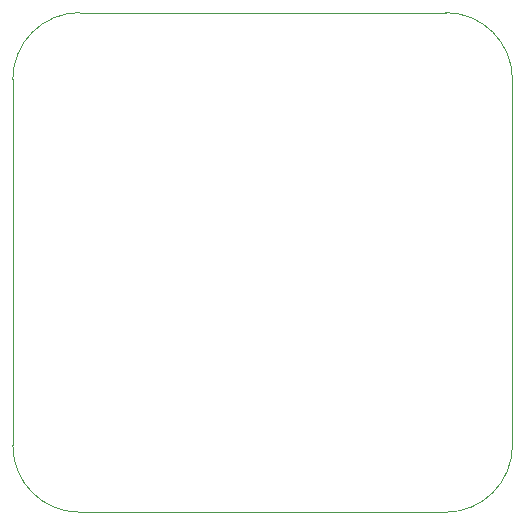
<source format=gbr>
%TF.GenerationSoftware,KiCad,Pcbnew,(5.1.10)-1*%
%TF.CreationDate,2021-11-06T00:44:08+01:00*%
%TF.ProjectId,AS5047D_breakout,41533530-3437-4445-9f62-7265616b6f75,rev?*%
%TF.SameCoordinates,Original*%
%TF.FileFunction,Profile,NP*%
%FSLAX46Y46*%
G04 Gerber Fmt 4.6, Leading zero omitted, Abs format (unit mm)*
G04 Created by KiCad (PCBNEW (5.1.10)-1) date 2021-11-06 00:44:08*
%MOMM*%
%LPD*%
G01*
G04 APERTURE LIST*
%TA.AperFunction,Profile*%
%ADD10C,0.050000*%
%TD*%
G04 APERTURE END LIST*
D10*
X256750000Y-86900000D02*
G75*
G02*
X262400000Y-92550000I0J-5650000D01*
G01*
X262400000Y-123550000D02*
G75*
G02*
X256750000Y-129200000I-5650000J0D01*
G01*
X225750000Y-129200000D02*
G75*
G02*
X220100000Y-123550000I0J5650000D01*
G01*
X220100000Y-92550000D02*
G75*
G02*
X225750000Y-86900000I5650000J0D01*
G01*
X220100000Y-123550000D02*
X220100000Y-92550000D01*
X256750000Y-129200000D02*
X225750000Y-129200000D01*
X262400000Y-92550000D02*
X262400000Y-123550000D01*
X225750000Y-86900000D02*
X256750000Y-86900000D01*
M02*

</source>
